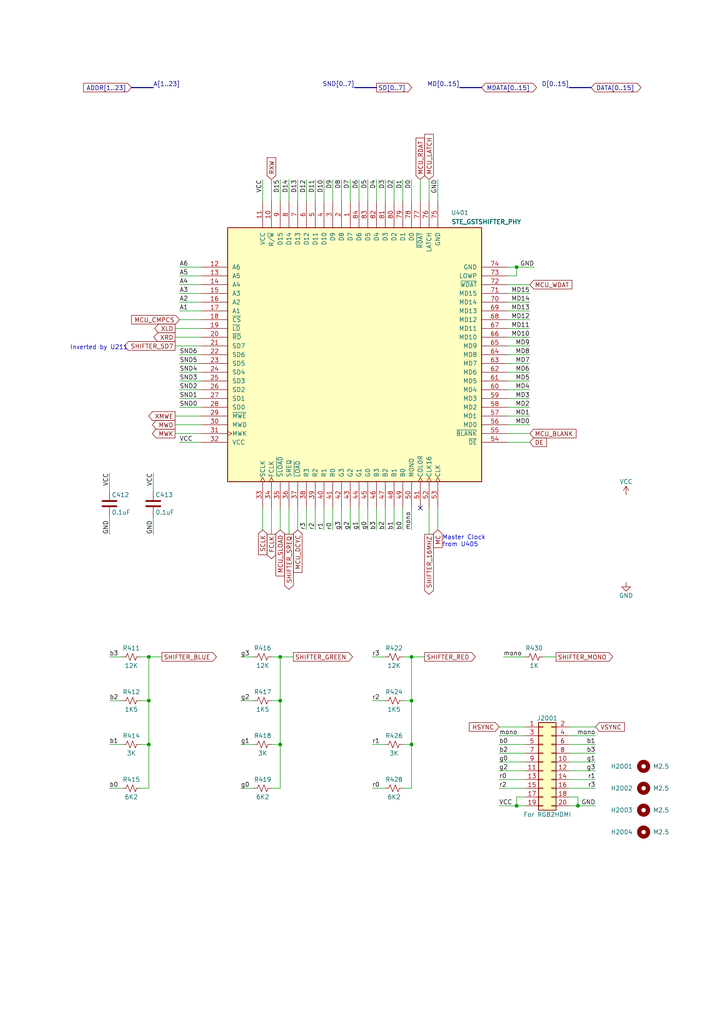
<source format=kicad_sch>
(kicad_sch (version 20230121) (generator eeschema)
  (paper "A4" portrait)
  (title_block (title "ReSTe mignon") (date "2022-07-13") (rev "mk0-0.1") (company "David SPORN") (comment 2 "original repository : https://github.com/sporniket/reste-mignon") (comment 4 "A remake of the Atari STe with some fixes applied and a target size of 25×18cm (B5)"))
  (lib_symbols
    (symbol "Connector_Generic:Conn_02x10_Odd_Even" (pin_names (offset 1.016) hide)
      (property "Reference" "J" (at 1.27 12.7 0))
      (property "Value" "Conn_02x10_Odd_Even" (at 1.27 -15.24 0))
      (symbol "Conn_02x10_Odd_Even_1_1"
        (rectangle (start -1.27 -12.573) (end 0 -12.827) (stroke (width 0.1524)))
        (rectangle (start -1.27 -10.033) (end 0 -10.287) (stroke (width 0.1524)))
        (rectangle (start -1.27 -7.493) (end 0 -7.747) (stroke (width 0.1524)))
        (rectangle (start -1.27 -4.953) (end 0 -5.207) (stroke (width 0.1524)))
        (rectangle (start -1.27 -2.413) (end 0 -2.667) (stroke (width 0.1524)))
        (rectangle (start -1.27 0.127) (end 0 -0.127) (stroke (width 0.1524)))
        (rectangle (start -1.27 2.667) (end 0 2.413) (stroke (width 0.1524)))
        (rectangle (start -1.27 5.207) (end 0 4.953) (stroke (width 0.1524)))
        (rectangle (start -1.27 7.747) (end 0 7.493) (stroke (width 0.1524)))
        (rectangle (start -1.27 10.287) (end 0 10.033) (stroke (width 0.1524)))
        (rectangle (start -1.27 11.43) (end 3.81 -13.97) (stroke (width 0.254)) (fill (type background)))
        (rectangle (start 3.81 -12.573) (end 2.54 -12.827) (stroke (width 0.1524)))
        (rectangle (start 3.81 -10.033) (end 2.54 -10.287) (stroke (width 0.1524)))
        (rectangle (start 3.81 -7.493) (end 2.54 -7.747) (stroke (width 0.1524)))
        (rectangle (start 3.81 -4.953) (end 2.54 -5.207) (stroke (width 0.1524)))
        (rectangle (start 3.81 -2.413) (end 2.54 -2.667) (stroke (width 0.1524)))
        (rectangle (start 3.81 0.127) (end 2.54 -0.127) (stroke (width 0.1524)))
        (rectangle (start 3.81 2.667) (end 2.54 2.413) (stroke (width 0.1524)))
        (rectangle (start 3.81 5.207) (end 2.54 4.953) (stroke (width 0.1524)))
        (rectangle (start 3.81 7.747) (end 2.54 7.493) (stroke (width 0.1524)))
        (rectangle (start 3.81 10.287) (end 2.54 10.033) (stroke (width 0.1524)))
        (pin passive line (at -5.08 10.16 0) (length 3.81) (name "Pin_1") (number "1"))
        (pin passive line (at 7.62 0 180) (length 3.81) (name "Pin_10") (number "10"))
        (pin passive line (at -5.08 -2.54 0) (length 3.81) (name "Pin_11") (number "11"))
        (pin passive line (at 7.62 -2.54 180) (length 3.81) (name "Pin_12") (number "12"))
        (pin passive line (at -5.08 -5.08 0) (length 3.81) (name "Pin_13") (number "13"))
        (pin passive line (at 7.62 -5.08 180) (length 3.81) (name "Pin_14") (number "14"))
        (pin passive line (at -5.08 -7.62 0) (length 3.81) (name "Pin_15") (number "15"))
        (pin passive line (at 7.62 -7.62 180) (length 3.81) (name "Pin_16") (number "16"))
        (pin passive line (at -5.08 -10.16 0) (length 3.81) (name "Pin_17") (number "17"))
        (pin passive line (at 7.62 -10.16 180) (length 3.81) (name "Pin_18") (number "18"))
        (pin passive line (at -5.08 -12.7 0) (length 3.81) (name "Pin_19") (number "19"))
        (pin passive line (at 7.62 10.16 180) (length 3.81) (name "Pin_2") (number "2"))
        (pin passive line (at 7.62 -12.7 180) (length 3.81) (name "Pin_20") (number "20"))
        (pin passive line (at -5.08 7.62 0) (length 3.81) (name "Pin_3") (number "3"))
        (pin passive line (at 7.62 7.62 180) (length 3.81) (name "Pin_4") (number "4"))
        (pin passive line (at -5.08 5.08 0) (length 3.81) (name "Pin_5") (number "5"))
        (pin passive line (at 7.62 5.08 180) (length 3.81) (name "Pin_6") (number "6"))
        (pin passive line (at -5.08 2.54 0) (length 3.81) (name "Pin_7") (number "7"))
        (pin passive line (at 7.62 2.54 180) (length 3.81) (name "Pin_8") (number "8"))
        (pin passive line (at -5.08 0 0) (length 3.81) (name "Pin_9") (number "9"))
      )
    )
    (symbol "Device:C" (pin_numbers hide) (pin_names (offset 0.254))
      (property "Reference" "C" (at 0.635 2.54 0))
      (property "Value" "C" (at 0.635 -2.54 0))
      (symbol "C_0_1"
        (polyline (pts (xy -2.032 -0.762) (xy 2.032 -0.762)) (stroke (width 0.508)))
        (polyline (pts (xy -2.032 0.762) (xy 2.032 0.762)) (stroke (width 0.508)))
      )
      (symbol "C_1_1"
        (pin passive line (at 0 3.81 270) (length 2.794) (name "~") (number "1"))
        (pin passive line (at 0 -3.81 90) (length 2.794) (name "~") (number "2"))
      )
    )
    (symbol "Device:R_Small_US" (pin_numbers hide) (pin_names (offset 0.254) hide)
      (property "Reference" "R" (at 0.762 0.508 0))
      (property "Value" "R_Small_US" (at 0.762 -1.016 0))
      (symbol "R_Small_US_1_1"
        (polyline (pts (xy 0 0) (xy 1.016 -0.381) (xy 0 -0.762) (xy -1.016 -1.143) (xy 0 -1.524)))
        (polyline (pts (xy 0 1.524) (xy 1.016 1.143) (xy 0 0.762) (xy -1.016 0.381) (xy 0 0)))
        (pin passive line (at 0 2.54 270) (length 1.016) (name "~") (number "1"))
        (pin passive line (at 0 -2.54 90) (length 1.016) (name "~") (number "2"))
      )
    )
    (symbol "Mechanical:MountingHole" (pin_names (offset 1.016))
      (property "Reference" "H" (at 0 5.08 0))
      (property "Value" "MountingHole" (at 0 3.175 0))
      (symbol "MountingHole_0_1"
        (circle (center 0 0) (radius 1.27) (stroke (width 1.27)))
      )
    )
    (symbol "power:GND" (power) (pin_names (offset 0))
      (property "Value" "GND" (at 0 -3.81 0))
      (symbol "GND_0_1"
        (polyline (pts (xy 0 0) (xy 0 -1.27) (xy 1.27 -1.27) (xy 0 -2.54) (xy -1.27 -1.27) (xy 0 -1.27)))
      )
      (symbol "GND_1_1"
        (pin power_in line (at 0 0 270) (length 0) hide (name "GND") (number "1"))
      )
    )
    (symbol "power:VCC" (power) (pin_names (offset 0))
      (property "Value" "VCC" (at 0 3.81 0))
      (symbol "VCC_0_1"
        (polyline (pts (xy -0.762 1.27) (xy 0 2.54)))
        (polyline (pts (xy 0 0) (xy 0 2.54)))
        (polyline (pts (xy 0 2.54) (xy 0.762 1.27)))
      )
      (symbol "VCC_1_1"
        (pin power_in line (at 0 0 90) (length 0) hide (name "VCC") (number "1"))
      )
    )
    (symbol "ste_gstshifter:STE_GSTSHIFTER_PHY" (pin_names (offset 1.27))
      (property "Reference" "U" (at 27.94 41.91 0))
      (property "Value" "STE_GSTSHIFTER_PHY" (at 27.94 39.37 0))
      (symbol "STE_GSTSHIFTER_PHY_0_0"
        (rectangle (start -36.83 36.83) (end 36.83 -36.83) (stroke (width 0.254)) (fill (type background)))
        (pin bidirectional line (at -1.27 44.45 270) (length 7.62) (name "D7") (number "1"))
        (pin input line (at -24.13 44.45 270) (length 7.62) (name "R/~{W}") (number "10"))
        (pin power_in line (at -26.67 44.45 270) (length 7.62) (name "VCC") (number "11"))
        (pin input line (at -44.45 25.4 0) (length 7.62) (name "A6") (number "12"))
        (pin input line (at -44.45 22.86 0) (length 7.62) (name "A5") (number "13"))
        (pin input line (at -44.45 20.32 0) (length 7.62) (name "A4") (number "14"))
        (pin input line (at -44.45 17.78 0) (length 7.62) (name "A3") (number "15"))
        (pin input line (at -44.45 15.24 0) (length 7.62) (name "A2") (number "16"))
        (pin input line (at -44.45 12.7 0) (length 7.62) (name "A1") (number "17"))
        (pin bidirectional line (at -44.45 10.16 0) (length 7.62) (name "~{CS}") (number "18"))
        (pin output line (at -44.45 7.62 0) (length 7.62) (name "~{LD}") (number "19"))
        (pin bidirectional line (at -3.81 44.45 270) (length 7.62) (name "D8") (number "2"))
        (pin output line (at -44.45 5.08 0) (length 7.62) (name "~{RD}") (number "20"))
        (pin output line (at -44.45 2.54 0) (length 7.62) (name "SD7") (number "21"))
        (pin output line (at -44.45 0 0) (length 7.62) (name "SD6") (number "22"))
        (pin output line (at -44.45 -2.54 0) (length 7.62) (name "SD5") (number "23"))
        (pin output line (at -44.45 -5.08 0) (length 7.62) (name "SD4") (number "24"))
        (pin output line (at -44.45 -7.62 0) (length 7.62) (name "SD3") (number "25"))
        (pin output line (at -44.45 -10.16 0) (length 7.62) (name "SD2") (number "26"))
        (pin output line (at -44.45 -12.7 0) (length 7.62) (name "SD1") (number "27"))
        (pin output line (at -44.45 -15.24 0) (length 7.62) (name "SD0") (number "28"))
        (pin output line (at -44.45 -17.78 0) (length 7.62) (name "~{MWE}") (number "29"))
        (pin bidirectional line (at -6.35 44.45 270) (length 7.62) (name "D9") (number "3"))
        (pin output line (at -44.45 -20.32 0) (length 7.62) (name "MWD") (number "30"))
        (pin output clock (at -44.45 -22.86 0) (length 7.62) (name "MWK") (number "31"))
        (pin power_in line (at -44.45 -25.4 0) (length 7.62) (name "VCC") (number "32"))
        (pin input clock (at -26.67 -44.45 90) (length 7.62) (name "SCLK") (number "33"))
        (pin output clock (at -24.13 -44.45 90) (length 7.62) (name "FCLK") (number "34"))
        (pin input line (at -21.59 -44.45 90) (length 7.62) (name "~{SLOAD}") (number "35"))
        (pin output line (at -19.05 -44.45 90) (length 7.62) (name "SREQ") (number "36"))
        (pin input line (at -16.51 -44.45 90) (length 7.62) (name "~{LOAD}") (number "37"))
        (pin output line (at -13.97 -44.45 90) (length 7.62) (name "R3") (number "38"))
        (pin output line (at -11.43 -44.45 90) (length 7.62) (name "R2") (number "39"))
        (pin bidirectional line (at -8.89 44.45 270) (length 7.62) (name "D10") (number "4"))
        (pin output line (at -8.89 -44.45 90) (length 7.62) (name "R1") (number "40"))
        (pin output line (at -6.35 -44.45 90) (length 7.62) (name "R0") (number "41"))
        (pin output line (at -3.81 -44.45 90) (length 7.62) (name "G3") (number "42"))
        (pin output line (at -1.27 -44.45 90) (length 7.62) (name "G2") (number "43"))
        (pin output line (at 1.27 -44.45 90) (length 7.62) (name "G1") (number "44"))
        (pin output line (at 3.81 -44.45 90) (length 7.62) (name "G0") (number "45"))
        (pin output line (at 6.35 -44.45 90) (length 7.62) (name "B3") (number "46"))
        (pin output line (at 8.89 -44.45 90) (length 7.62) (name "B2") (number "47"))
        (pin output line (at 11.43 -44.45 90) (length 7.62) (name "B1") (number "48"))
        (pin output line (at 13.97 -44.45 90) (length 7.62) (name "B0") (number "49"))
        (pin bidirectional line (at -11.43 44.45 270) (length 7.62) (name "D11") (number "5"))
        (pin output line (at 16.51 -44.45 90) (length 7.62) (name "MONO") (number "50"))
        (pin output clock (at 19.05 -44.45 90) (length 7.62) (name "COLOR") (number "51"))
        (pin output clock (at 21.59 -44.45 90) (length 7.62) (name "CLK16") (number "52"))
        (pin input clock (at 24.13 -44.45 90) (length 7.62) (name "CLK") (number "53"))
        (pin input line (at 44.45 -25.4 180) (length 7.62) (name "~{DE}") (number "54"))
        (pin input line (at 44.45 -22.86 180) (length 7.62) (name "~{BLANK}") (number "55"))
        (pin input line (at 44.45 -20.32 180) (length 7.62) (name "MD0") (number "56"))
        (pin input line (at 44.45 -17.78 180) (length 7.62) (name "MD1") (number "57"))
        (pin input line (at 44.45 -15.24 180) (length 7.62) (name "MD2") (number "58"))
        (pin input line (at 44.45 -12.7 180) (length 7.62) (name "MD3") (number "59"))
        (pin bidirectional line (at -13.97 44.45 270) (length 7.62) (name "D12") (number "6"))
        (pin input line (at 44.45 -10.16 180) (length 7.62) (name "MD4") (number "60"))
        (pin input line (at 44.45 -7.62 180) (length 7.62) (name "MD5") (number "61"))
        (pin input line (at 44.45 -5.08 180) (length 7.62) (name "MD6") (number "62"))
        (pin input line (at 44.45 -2.54 180) (length 7.62) (name "MD7") (number "63"))
        (pin input line (at 44.45 0 180) (length 7.62) (name "MD8") (number "64"))
        (pin input line (at 44.45 2.54 180) (length 7.62) (name "MD9") (number "65"))
        (pin input line (at 44.45 5.08 180) (length 7.62) (name "MD10") (number "66"))
        (pin input line (at 44.45 7.62 180) (length 7.62) (name "MD11") (number "67"))
        (pin input line (at 44.45 10.16 180) (length 7.62) (name "MD12") (number "68"))
        (pin input line (at 44.45 12.7 180) (length 7.62) (name "MD13") (number "69"))
        (pin bidirectional line (at -16.51 44.45 270) (length 7.62) (name "D13") (number "7"))
        (pin input line (at 44.45 15.24 180) (length 7.62) (name "MD14") (number "70"))
        (pin input line (at 44.45 17.78 180) (length 7.62) (name "MD15") (number "71"))
        (pin input line (at 44.45 20.32 180) (length 7.62) (name "~{WDAT}") (number "72"))
        (pin input line (at 44.45 22.86 180) (length 7.62) (name "LOWP") (number "73"))
        (pin power_in line (at 44.45 25.4 180) (length 7.62) (name "GND") (number "74"))
        (pin power_in line (at 24.13 44.45 270) (length 7.62) (name "GND") (number "75"))
        (pin input line (at 21.59 44.45 270) (length 7.62) (name "LATCH") (number "76"))
        (pin input line (at 19.05 44.45 270) (length 7.62) (name "~{RDAT}") (number "77"))
        (pin bidirectional line (at 16.51 44.45 270) (length 7.62) (name "D0") (number "78"))
        (pin bidirectional line (at 13.97 44.45 270) (length 7.62) (name "D1") (number "79"))
        (pin bidirectional line (at -19.05 44.45 270) (length 7.62) (name "D14") (number "8"))
        (pin bidirectional line (at 11.43 44.45 270) (length 7.62) (name "D2") (number "80"))
        (pin bidirectional line (at 8.89 44.45 270) (length 7.62) (name "D3") (number "81"))
        (pin bidirectional line (at 6.35 44.45 270) (length 7.62) (name "D4") (number "82"))
        (pin bidirectional line (at 3.81 44.45 270) (length 7.62) (name "D5") (number "83"))
        (pin bidirectional line (at 1.27 44.45 270) (length 7.62) (name "D6") (number "84"))
        (pin bidirectional line (at -21.59 44.45 270) (length 7.62) (name "D15") (number "9"))
      )
    )
  )
  (junction (at 43.18 190.5))
  (junction (at 43.18 215.9))
  (junction (at 81.28 215.9))
  (junction (at 167.64 233.68))
  (junction (at 119.38 215.9))
  (junction (at 119.38 203.2))
  (junction (at 81.28 203.2))
  (junction (at 149.86 233.68))
  (junction (at 149.86 77.47))
  (junction (at 119.38 190.5))
  (junction (at 81.28 190.5))
  (junction (at 43.18 203.2))
  (no_connect (at 121.92 147.32))
  (wire (pts (xy 144.78 220.98) (xy 152.4 220.98)))
  (wire (pts (xy 69.85 203.2) (xy 73.66 203.2)))
  (wire (pts (xy 109.22 58.42) (xy 109.22 52.07)))
  (wire (pts (xy 147.32 115.57) (xy 153.67 115.57)))
  (wire (pts (xy 52.07 77.47) (xy 58.42 77.47)))
  (wire (pts (xy 147.32 95.25) (xy 153.67 95.25)))
  (wire (pts (xy 50.8 120.65) (xy 58.42 120.65)))
  (wire (pts (xy 107.95 228.6) (xy 111.76 228.6)))
  (wire (pts (xy 52.07 105.41) (xy 58.42 105.41)))
  (wire (pts (xy 69.85 228.6) (xy 73.66 228.6)))
  (wire (pts (xy 81.28 215.9) (xy 81.28 203.2)))
  (wire (pts (xy 165.1 215.9) (xy 172.72 215.9)))
  (wire (pts (xy 50.8 125.73) (xy 58.42 125.73)))
  (wire (pts (xy 147.32 123.19) (xy 153.67 123.19)))
  (wire (pts (xy 31.75 149.86) (xy 31.75 154.94)))
  (wire (pts (xy 101.6 58.42) (xy 101.6 52.07)))
  (wire (pts (xy 44.45 137.16) (xy 44.45 142.24)))
  (bus (pts (xy 102.87 25.4) (xy 109.22 25.4)))
  (wire (pts (xy 96.52 153.67) (xy 96.52 147.32)))
  (wire (pts (xy 52.07 118.11) (xy 58.42 118.11)))
  (wire (pts (xy 165.1 223.52) (xy 172.72 223.52)))
  (wire (pts (xy 144.78 228.6) (xy 152.4 228.6)))
  (wire (pts (xy 99.06 58.42) (xy 99.06 52.07)))
  (wire (pts (xy 96.52 58.42) (xy 96.52 52.07)))
  (wire (pts (xy 146.05 190.5) (xy 152.4 190.5)))
  (wire (pts (xy 147.32 87.63) (xy 153.67 87.63)))
  (wire (pts (xy 147.32 80.01) (xy 149.86 80.01)))
  (wire (pts (xy 144.78 210.82) (xy 152.4 210.82)))
  (wire (pts (xy 147.32 92.71) (xy 153.67 92.71)))
  (wire (pts (xy 147.32 120.65) (xy 153.67 120.65)))
  (wire (pts (xy 127 58.42) (xy 127 52.07)))
  (wire (pts (xy 50.8 123.19) (xy 58.42 123.19)))
  (wire (pts (xy 104.14 153.67) (xy 104.14 147.32)))
  (wire (pts (xy 52.07 87.63) (xy 58.42 87.63)))
  (wire (pts (xy 119.38 228.6) (xy 119.38 215.9)))
  (wire (pts (xy 165.1 220.98) (xy 172.72 220.98)))
  (wire (pts (xy 111.76 153.67) (xy 111.76 147.32)))
  (wire (pts (xy 157.48 190.5) (xy 161.29 190.5)))
  (wire (pts (xy 147.32 105.41) (xy 153.67 105.41)))
  (wire (pts (xy 165.1 228.6) (xy 172.72 228.6)))
  (wire (pts (xy 81.28 215.9) (xy 78.74 215.9)))
  (wire (pts (xy 147.32 85.09) (xy 153.67 85.09)))
  (wire (pts (xy 69.85 215.9) (xy 73.66 215.9)))
  (wire (pts (xy 78.74 52.07) (xy 78.74 58.42)))
  (wire (pts (xy 99.06 153.67) (xy 99.06 147.32)))
  (wire (pts (xy 44.45 149.86) (xy 44.45 154.94)))
  (wire (pts (xy 78.74 190.5) (xy 81.28 190.5)))
  (wire (pts (xy 114.3 58.42) (xy 114.3 52.07)))
  (wire (pts (xy 52.07 102.87) (xy 58.42 102.87)))
  (wire (pts (xy 119.38 153.67) (xy 119.38 147.32)))
  (wire (pts (xy 52.07 113.03) (xy 58.42 113.03)))
  (wire (pts (xy 147.32 125.73) (xy 153.67 125.73)))
  (wire (pts (xy 147.32 118.11) (xy 153.67 118.11)))
  (wire (pts (xy 116.84 153.67) (xy 116.84 147.32)))
  (wire (pts (xy 78.74 147.32) (xy 78.74 154.94)))
  (wire (pts (xy 52.07 80.01) (xy 58.42 80.01)))
  (wire (pts (xy 165.1 218.44) (xy 172.72 218.44)))
  (wire (pts (xy 165.1 233.68) (xy 167.64 233.68)))
  (wire (pts (xy 52.07 107.95) (xy 58.42 107.95)))
  (wire (pts (xy 165.1 213.36) (xy 172.72 213.36)))
  (wire (pts (xy 31.75 137.16) (xy 31.75 142.24)))
  (wire (pts (xy 81.28 153.67) (xy 81.28 147.32)))
  (wire (pts (xy 144.78 233.68) (xy 149.86 233.68)))
  (wire (pts (xy 31.75 203.2) (xy 35.56 203.2)))
  (wire (pts (xy 86.36 153.67) (xy 86.36 147.32)))
  (wire (pts (xy 107.95 190.5) (xy 111.76 190.5)))
  (wire (pts (xy 111.76 58.42) (xy 111.76 52.07)))
  (wire (pts (xy 43.18 215.9) (xy 40.64 215.9)))
  (wire (pts (xy 106.68 153.67) (xy 106.68 147.32)))
  (wire (pts (xy 52.07 82.55) (xy 58.42 82.55)))
  (wire (pts (xy 144.78 213.36) (xy 152.4 213.36)))
  (wire (pts (xy 76.2 153.67) (xy 76.2 147.32)))
  (wire (pts (xy 52.07 92.71) (xy 58.42 92.71)))
  (wire (pts (xy 43.18 215.9) (xy 43.18 203.2)))
  (wire (pts (xy 50.8 100.33) (xy 58.42 100.33)))
  (wire (pts (xy 31.75 190.5) (xy 35.56 190.5)))
  (wire (pts (xy 114.3 153.67) (xy 114.3 147.32)))
  (wire (pts (xy 121.92 52.07) (xy 121.92 58.42)))
  (wire (pts (xy 104.14 58.42) (xy 104.14 52.07)))
  (wire (pts (xy 144.78 218.44) (xy 152.4 218.44)))
  (wire (pts (xy 165.1 226.06) (xy 172.72 226.06)))
  (wire (pts (xy 81.28 203.2) (xy 78.74 203.2)))
  (wire (pts (xy 167.64 233.68) (xy 172.72 233.68)))
  (wire (pts (xy 83.82 147.32) (xy 83.82 154.94)))
  (wire (pts (xy 43.18 190.5) (xy 46.99 190.5)))
  (wire (pts (xy 76.2 58.42) (xy 76.2 52.07)))
  (wire (pts (xy 106.68 58.42) (xy 106.68 52.07)))
  (bus (pts (xy 38.1 25.4) (xy 44.45 25.4)))
  (wire (pts (xy 52.07 85.09) (xy 58.42 85.09)))
  (wire (pts (xy 147.32 128.27) (xy 153.67 128.27)))
  (wire (pts (xy 147.32 113.03) (xy 153.67 113.03)))
  (wire (pts (xy 147.32 90.17) (xy 153.67 90.17)))
  (wire (pts (xy 93.98 58.42) (xy 93.98 52.07)))
  (wire (pts (xy 81.28 58.42) (xy 81.28 52.07)))
  (wire (pts (xy 50.8 95.25) (xy 58.42 95.25)))
  (wire (pts (xy 52.07 90.17) (xy 58.42 90.17)))
  (wire (pts (xy 147.32 107.95) (xy 153.67 107.95)))
  (wire (pts (xy 153.67 82.55) (xy 147.32 82.55)))
  (wire (pts (xy 88.9 58.42) (xy 88.9 52.07)))
  (wire (pts (xy 83.82 58.42) (xy 83.82 52.07)))
  (wire (pts (xy 91.44 153.67) (xy 91.44 147.32)))
  (wire (pts (xy 43.18 228.6) (xy 43.18 215.9)))
  (wire (pts (xy 69.85 190.5) (xy 73.66 190.5)))
  (wire (pts (xy 43.18 203.2) (xy 40.64 203.2)))
  (wire (pts (xy 86.36 58.42) (xy 86.36 52.07)))
  (wire (pts (xy 119.38 190.5) (xy 119.38 203.2)))
  (wire (pts (xy 101.6 153.67) (xy 101.6 147.32)))
  (wire (pts (xy 165.1 231.14) (xy 167.64 231.14)))
  (wire (pts (xy 91.44 58.42) (xy 91.44 52.07)))
  (wire (pts (xy 147.32 102.87) (xy 153.67 102.87)))
  (wire (pts (xy 167.64 231.14) (xy 167.64 233.68)))
  (wire (pts (xy 147.32 77.47) (xy 149.86 77.47)))
  (wire (pts (xy 144.78 226.06) (xy 152.4 226.06)))
  (wire (pts (xy 109.22 153.67) (xy 109.22 147.32)))
  (wire (pts (xy 31.75 228.6) (xy 35.56 228.6)))
  (wire (pts (xy 147.32 97.79) (xy 153.67 97.79)))
  (wire (pts (xy 81.28 190.5) (xy 85.09 190.5)))
  (wire (pts (xy 149.86 80.01) (xy 149.86 77.47)))
  (wire (pts (xy 147.32 100.33) (xy 153.67 100.33)))
  (wire (pts (xy 88.9 153.67) (xy 88.9 147.32)))
  (wire (pts (xy 116.84 58.42) (xy 116.84 52.07)))
  (wire (pts (xy 165.1 210.82) (xy 172.72 210.82)))
  (wire (pts (xy 43.18 190.5) (xy 43.18 203.2)))
  (wire (pts (xy 149.86 77.47) (xy 154.94 77.47)))
  (wire (pts (xy 149.86 231.14) (xy 149.86 233.68)))
  (bus (pts (xy 133.35 25.4) (xy 139.7 25.4)))
  (wire (pts (xy 107.95 215.9) (xy 111.76 215.9)))
  (wire (pts (xy 149.86 233.68) (xy 152.4 233.68)))
  (wire (pts (xy 144.78 215.9) (xy 152.4 215.9)))
  (wire (pts (xy 31.75 215.9) (xy 35.56 215.9)))
  (wire (pts (xy 81.28 190.5) (xy 81.28 203.2)))
  (wire (pts (xy 52.07 110.49) (xy 58.42 110.49)))
  (wire (pts (xy 40.64 228.6) (xy 43.18 228.6)))
  (wire (pts (xy 119.38 190.5) (xy 123.19 190.5)))
  (wire (pts (xy 116.84 190.5) (xy 119.38 190.5)))
  (wire (pts (xy 81.28 228.6) (xy 81.28 215.9)))
  (wire (pts (xy 147.32 110.49) (xy 153.67 110.49)))
  (wire (pts (xy 119.38 203.2) (xy 116.84 203.2)))
  (wire (pts (xy 40.64 190.5) (xy 43.18 190.5)))
  (wire (pts (xy 144.78 223.52) (xy 152.4 223.52)))
  (wire (pts (xy 52.07 128.27) (xy 58.42 128.27)))
  (wire (pts (xy 52.07 115.57) (xy 58.42 115.57)))
  (wire (pts (xy 152.4 231.14) (xy 149.86 231.14)))
  (wire (pts (xy 107.95 203.2) (xy 111.76 203.2)))
  (wire (pts (xy 78.74 228.6) (xy 81.28 228.6)))
  (wire (pts (xy 119.38 58.42) (xy 119.38 52.07)))
  (bus (pts (xy 165.1 25.4) (xy 171.45 25.4)))
  (wire (pts (xy 124.46 58.42) (xy 124.46 52.07)))
  (wire (pts (xy 119.38 215.9) (xy 116.84 215.9)))
  (wire (pts (xy 127 153.67) (xy 127 147.32)))
  (wire (pts (xy 50.8 97.79) (xy 58.42 97.79)))
  (wire (pts (xy 93.98 153.67) (xy 93.98 147.32)))
  (wire (pts (xy 119.38 215.9) (xy 119.38 203.2)))
  (wire (pts (xy 124.46 147.32) (xy 124.46 154.94)))
  (wire (pts (xy 116.84 228.6) (xy 119.38 228.6)))
  (text "Inverted by U211" (at 20.32 101.6 0) (effects (font (size 1.27 1.27)) (justify left bottom)))
  (text "Master Clock\nfrom U405" (at 128.27 158.75 0) (effects (font (size 1.27 1.27)) (justify left bottom)))
  (label "MD13" (at 153.67 90.17 180))
  (label "g2" (at 69.85 203.2 0))
  (label "D11" (at 91.44 52.07 270))
  (label "SND1" (at 52.07 115.57 0))
  (label "D[0..15]" (at 165.1 25.4 180))
  (label "D10" (at 93.98 52.07 270))
  (label "MD3" (at 153.67 115.57 180))
  (label "b2" (at 31.75 203.2 0))
  (label "g1" (at 104.14 153.67 90))
  (label "SND2" (at 52.07 113.03 0))
  (label "VCC" (at 52.07 128.27 0))
  (label "D1" (at 116.84 52.07 270))
  (label "A2" (at 52.07 87.63 0))
  (label "D9" (at 96.52 52.07 270))
  (label "MD11" (at 153.67 95.25 180))
  (label "D5" (at 106.68 52.07 270))
  (label "MD[0..15]" (at 133.35 25.4 180))
  (label "D6" (at 104.14 52.07 270))
  (label "D12" (at 88.9 52.07 270))
  (label "SND3" (at 52.07 110.49 0))
  (label "b0" (at 144.78 215.9 0))
  (label "A[1..23]" (at 44.45 25.4 0))
  (label "MD7" (at 153.67 105.41 180))
  (label "g1" (at 69.85 215.9 0))
  (label "D13" (at 86.36 52.07 270))
  (label "MD1" (at 153.67 120.65 180))
  (label "g0" (at 144.78 220.98 0))
  (label "GND" (at 172.72 233.68 180))
  (label "MD4" (at 153.67 113.03 180))
  (label "GND" (at 154.94 77.47 180))
  (label "A1" (at 52.07 90.17 0))
  (label "g0" (at 69.85 228.6 0))
  (label "MD10" (at 153.67 97.79 180))
  (label "D8" (at 99.06 52.07 270))
  (label "A5" (at 52.07 80.01 0))
  (label "b3" (at 31.75 190.5 0))
  (label "g1" (at 172.72 220.98 180))
  (label "VCC" (at 76.2 52.07 270))
  (label "b0" (at 116.84 153.67 90))
  (label "D3" (at 111.76 52.07 270))
  (label "A6" (at 52.07 77.47 0))
  (label "VCC" (at 144.78 233.68 0))
  (label "g3" (at 99.06 153.67 90))
  (label "g0" (at 106.68 153.67 90))
  (label "b0" (at 31.75 228.6 0))
  (label "b2" (at 111.76 153.67 90))
  (label "g2" (at 101.6 153.67 90))
  (label "r3" (at 88.9 153.67 90))
  (label "GND" (at 44.45 154.94 90))
  (label "MD6" (at 153.67 107.95 180))
  (label "D7" (at 101.6 52.07 270))
  (label "SND[0..7]" (at 102.87 25.4 180))
  (label "D0" (at 119.38 52.07 270))
  (label "r0" (at 144.78 226.06 0))
  (label "SND4" (at 52.07 107.95 0))
  (label "mono" (at 146.05 190.5 0))
  (label "r3" (at 172.72 228.6 180))
  (label "SND0" (at 52.07 118.11 0))
  (label "r0" (at 96.52 153.67 90))
  (label "b1" (at 114.3 153.67 90))
  (label "r2" (at 91.44 153.67 90))
  (label "D4" (at 109.22 52.07 270))
  (label "SND6" (at 52.07 102.87 0))
  (label "MD0" (at 153.67 123.19 180))
  (label "A3" (at 52.07 85.09 0))
  (label "GND" (at 127 52.07 270))
  (label "b2" (at 144.78 218.44 0))
  (label "g2" (at 144.78 223.52 0))
  (label "MD12" (at 153.67 92.71 180))
  (label "MD14" (at 153.67 87.63 180))
  (label "mono" (at 144.78 213.36 0))
  (label "VCC" (at 44.45 137.16 270))
  (label "r2" (at 144.78 228.6 0))
  (label "MD2" (at 153.67 118.11 180))
  (label "GND" (at 31.75 154.94 90))
  (label "b1" (at 172.72 215.9 180))
  (label "r1" (at 172.72 226.06 180))
  (label "D15" (at 81.28 52.07 270))
  (label "r1" (at 107.95 215.9 0))
  (label "D2" (at 114.3 52.07 270))
  (label "MD5" (at 153.67 110.49 180))
  (label "SND5" (at 52.07 105.41 0))
  (label "b3" (at 172.72 218.44 180))
  (label "r2" (at 107.95 203.2 0))
  (label "g3" (at 172.72 223.52 180))
  (label "D14" (at 83.82 52.07 270))
  (label "g3" (at 69.85 190.5 0))
  (label "MD9" (at 153.67 100.33 180))
  (label "MD15" (at 153.67 85.09 180))
  (label "r3" (at 107.95 190.5 0))
  (label "mono" (at 172.72 213.36 180))
  (label "MD8" (at 153.67 102.87 180))
  (label "r0" (at 107.95 228.6 0))
  (label "VCC" (at 31.75 137.16 270))
  (label "b1" (at 31.75 215.9 0))
  (label "mono" (at 119.38 153.67 90))
  (label "A4" (at 52.07 82.55 0))
  (label "r1" (at 93.98 153.67 90))
  (label "b3" (at 109.22 153.67 90))
  (global_label "SHIFTER_16MHZ" (shape output) (at 124.46 154.94 270) (property "Intersheetrefs" "${INTERSHEET_REFS}" (effects hide)))
  (global_label "SHIFTER_RED" (shape output) (at 123.19 190.5 0) (property "Intersheetrefs" "${INTERSHEET_REFS}" (effects hide)))
  (global_label "SHIFTER_MONO" (shape output) (at 161.29 190.5 0) (property "Intersheetrefs" "${INTERSHEET_REFS}" (effects hide)))
  (global_label "DATA[0..15]" (shape bidirectional) (at 171.45 25.4 0) (property "Intersheetrefs" "${INTERSHEET_REFS}" (effects hide)))
  (global_label "RXW" (shape input) (at 78.74 52.07 90) (property "Intersheetrefs" "${INTERSHEET_REFS}" (effects hide)))
  (global_label "FCLK" (shape output) (at 78.74 154.94 270) (property "Intersheetrefs" "${INTERSHEET_REFS}" (effects hide)))
  (global_label "MCU_DCYC" (shape input) (at 86.36 153.67 270) (property "Intersheetrefs" "${INTERSHEET_REFS}" (effects hide)))
  (global_label "MCU_CMPCS" (shape input) (at 52.07 92.71 180) (property "Intersheetrefs" "${INTERSHEET_REFS}" (effects hide)))
  (global_label "XMWE" (shape output) (at 50.8 120.65 180) (property "Intersheetrefs" "${INTERSHEET_REFS}" (effects hide)))
  (global_label "MCU_BLANK" (shape input) (at 153.67 125.73 0) (property "Intersheetrefs" "${INTERSHEET_REFS}" (effects hide)))
  (global_label "MCU_SLOAD" (shape input) (at 81.28 153.67 270) (property "Intersheetrefs" "${INTERSHEET_REFS}" (effects hide)))
  (global_label "DE" (shape input) (at 153.67 128.27 0) (property "Intersheetrefs" "${INTERSHEET_REFS}" (effects hide)))
  (global_label "SHIFTER_GREEN" (shape output) (at 85.09 190.5 0) (property "Intersheetrefs" "${INTERSHEET_REFS}" (effects hide)))
  (global_label "MWK" (shape output) (at 50.8 125.73 180) (property "Intersheetrefs" "${INTERSHEET_REFS}" (effects hide)))
  (global_label "XRD" (shape output) (at 50.8 97.79 180) (property "Intersheetrefs" "${INTERSHEET_REFS}" (effects hide)))
  (global_label "MC" (shape input) (at 127 153.67 270) (property "Intersheetrefs" "${INTERSHEET_REFS}" (effects hide)))
  (global_label "MCU_RDAT" (shape input) (at 121.92 52.07 90) (property "Intersheetrefs" "${INTERSHEET_REFS}" (effects hide)))
  (global_label "MCU_WDAT" (shape input) (at 153.67 82.55 0) (property "Intersheetrefs" "${INTERSHEET_REFS}" (effects hide)))
  (global_label "MCU_LATCH" (shape input) (at 124.46 52.07 90) (property "Intersheetrefs" "${INTERSHEET_REFS}" (effects hide)))
  (global_label "SD[0..7]" (shape output) (at 109.22 25.4 0) (property "Intersheetrefs" "${INTERSHEET_REFS}" (effects hide)))
  (global_label "MDATA[0..15]" (shape bidirectional) (at 139.7 25.4 0) (property "Intersheetrefs" "${INTERSHEET_REFS}" (effects hide)))
  (global_label "SHIFTER_SD7" (shape output) (at 50.8 100.33 180) (property "Intersheetrefs" "${INTERSHEET_REFS}" (effects hide)))
  (global_label "VSYNC" (shape input) (at 172.72 210.82 0) (property "Intersheetrefs" "${INTERSHEET_REFS}" (effects hide)))
  (global_label "SHIFTER_SREQ" (shape output) (at 83.82 154.94 270) (property "Intersheetrefs" "${INTERSHEET_REFS}" (effects hide)))
  (global_label "HSYNC" (shape input) (at 144.78 210.82 180) (property "Intersheetrefs" "${INTERSHEET_REFS}" (effects hide)))
  (global_label "SCLK" (shape input) (at 76.2 153.67 270) (property "Intersheetrefs" "${INTERSHEET_REFS}" (effects hide)))
  (global_label "ADDR[1..23]" (shape input) (at 38.1 25.4 180) (property "Intersheetrefs" "${INTERSHEET_REFS}" (effects hide)))
  (global_label "SHIFTER_BLUE" (shape output) (at 46.99 190.5 0) (property "Intersheetrefs" "${INTERSHEET_REFS}" (effects hide)))
  (global_label "MWD" (shape output) (at 50.8 123.19 180) (property "Intersheetrefs" "${INTERSHEET_REFS}" (effects hide)))
  (global_label "XLD" (shape output) (at 50.8 95.25 180) (property "Intersheetrefs" "${INTERSHEET_REFS}" (effects hide)))
  (symbol (lib_id "ste_gstshifter:STE_GSTSHIFTER_PHY") (at 102.87 102.87 0) (unit 1)
    (property "Reference" "U401" (at 130.81 60.96 0) (effects (justify left top)))
    (property "Value" "STE_GSTSHIFTER_PHY" (at 130.81 63.5 0) (effects (font bold) (justify left top)))
    (property "Footprint" "Package_LCC:PLCC-84_THT-Socket" (effects hide))
    (property "Datasheet" "https://info-coach.fr/atari/hardware/STE-HW.php#shifter" (effects hide))
  )
  (symbol (lib_id "Device:C") (at 31.75 146.05 0) (unit 1)
    (property "Reference" "C412" (at 32.385 143.51 0) (effects (justify left)))
    (property "Value" "0.1uF" (at 32.385 148.59 0) (effects (justify left)))
    (property "Footprint" "Capacitor_SMD:C_1206_3216Metric_Pad1.33x1.80mm_HandSolder" (effects hide))
  )
  (symbol (lib_id "Device:C") (at 44.45 146.05 0) (unit 1)
    (property "Reference" "C413" (at 45.085 143.51 0) (effects (justify left)))
    (property "Value" "0.1uF" (at 45.085 148.59 0) (effects (justify left)))
    (property "Footprint" "Capacitor_SMD:C_1206_3216Metric_Pad1.33x1.80mm_HandSolder" (effects hide))
  )
  (symbol (lib_id "Device:R_Small_US") (at 38.1 190.5 270) (unit 1)
    (property "Reference" "R411" (at 38.1 187.96 90))
    (property "Value" "12K" (at 38.1 193.04 90))
    (property "Footprint" "Resistor_SMD:R_1206_3216Metric_Pad1.30x1.75mm_HandSolder" (effects hide))
  )
  (symbol (lib_id "Device:R_Small_US") (at 38.1 203.2 270) (unit 1)
    (property "Reference" "R412" (at 38.1 200.66 90))
    (property "Value" "1K5" (at 38.1 205.74 90))
    (property "Footprint" "Resistor_SMD:R_1206_3216Metric_Pad1.30x1.75mm_HandSolder" (effects hide))
  )
  (symbol (lib_id "Device:R_Small_US") (at 38.1 215.9 270) (unit 1)
    (property "Reference" "R414" (at 38.1 213.36 90))
    (property "Value" "3K" (at 38.1 218.44 90))
    (property "Footprint" "Resistor_SMD:R_1206_3216Metric_Pad1.30x1.75mm_HandSolder" (effects hide))
  )
  (symbol (lib_id "Device:R_Small_US") (at 38.1 228.6 270) (unit 1)
    (property "Reference" "R415" (at 38.1 226.06 90))
    (property "Value" "6K2" (at 38.1 231.14 90))
    (property "Footprint" "Resistor_SMD:R_1206_3216Metric_Pad1.30x1.75mm_HandSolder" (effects hide))
  )
  (symbol (lib_id "Device:R_Small_US") (at 76.2 190.5 270) (unit 1)
    (property "Reference" "R416" (at 76.2 187.96 90))
    (property "Value" "12K" (at 76.2 193.04 90))
    (property "Footprint" "Resistor_SMD:R_1206_3216Metric_Pad1.30x1.75mm_HandSolder" (effects hide))
  )
  (symbol (lib_id "Device:R_Small_US") (at 76.2 203.2 270) (unit 1)
    (property "Reference" "R417" (at 76.2 200.66 90))
    (property "Value" "1K5" (at 76.2 205.74 90))
    (property "Footprint" "Resistor_SMD:R_1206_3216Metric_Pad1.30x1.75mm_HandSolder" (effects hide))
  )
  (symbol (lib_id "Device:R_Small_US") (at 76.2 215.9 270) (unit 1)
    (property "Reference" "R418" (at 76.2 213.36 90))
    (property "Value" "3K" (at 76.2 218.44 90))
    (property "Footprint" "Resistor_SMD:R_1206_3216Metric_Pad1.30x1.75mm_HandSolder" (effects hide))
  )
  (symbol (lib_id "Device:R_Small_US") (at 76.2 228.6 270) (unit 1)
    (property "Reference" "R419" (at 76.2 226.06 90))
    (property "Value" "6K2" (at 76.2 231.14 90))
    (property "Footprint" "Resistor_SMD:R_1206_3216Metric_Pad1.30x1.75mm_HandSolder" (effects hide))
  )
  (symbol (lib_id "Device:R_Small_US") (at 114.3 190.5 270) (unit 1)
    (property "Reference" "R422" (at 114.3 187.96 90))
    (property "Value" "12K" (at 114.3 193.04 90))
    (property "Footprint" "Resistor_SMD:R_1206_3216Metric_Pad1.30x1.75mm_HandSolder" (effects hide))
  )
  (symbol (lib_id "Device:R_Small_US") (at 114.3 203.2 270) (unit 1)
    (property "Reference" "R424" (at 114.3 200.66 90))
    (property "Value" "1K5" (at 114.3 205.74 90))
    (property "Footprint" "Resistor_SMD:R_1206_3216Metric_Pad1.30x1.75mm_HandSolder" (effects hide))
  )
  (symbol (lib_id "Device:R_Small_US") (at 114.3 215.9 270) (unit 1)
    (property "Reference" "R426" (at 114.3 213.36 90))
    (property "Value" "3K" (at 114.3 218.44 90))
    (property "Footprint" "Resistor_SMD:R_1206_3216Metric_Pad1.30x1.75mm_HandSolder" (effects hide))
  )
  (symbol (lib_id "Device:R_Small_US") (at 114.3 228.6 270) (unit 1)
    (property "Reference" "R428" (at 114.3 226.06 90))
    (property "Value" "6K2" (at 114.3 231.14 90))
    (property "Footprint" "Resistor_SMD:R_1206_3216Metric_Pad1.30x1.75mm_HandSolder" (effects hide))
  )
  (symbol (lib_id "Device:R_Small_US") (at 154.94 190.5 270) (unit 1)
    (property "Reference" "R430" (at 154.94 187.96 90))
    (property "Value" "1K" (at 154.94 193.04 90))
    (property "Footprint" "Resistor_SMD:R_1206_3216Metric_Pad1.30x1.75mm_HandSolder" (effects hide))
  )
  (symbol (lib_id "Connector_Generic:Conn_02x10_Odd_Even") (at 157.48 220.98 0) (unit 1)
    (property "Reference" "J2001" (at 158.75 208.28 0))
    (property "Value" "For RGB2HDMI" (at 158.75 236.22 0))
    (property "Footprint" "Connector_PinHeader_2.54mm:PinHeader_2x10_P2.54mm_Vertical" (effects hide))
  )
  (symbol (lib_id "Mechanical:MountingHole") (at 186.69 241.3 270) (unit 1)
    (property "Reference" "H2004" (at 180.34 241.3 90))
    (property "Value" "M2.5" (at 191.77 241.3 90))
    (property "Footprint" "mounting-holes:MountingHole_2.7mm_M2.5_clear_10mm" (effects hide))
  )
  (symbol (lib_id "Mechanical:MountingHole") (at 186.69 234.95 270) (unit 1)
    (property "Reference" "H2003" (at 180.34 234.95 90))
    (property "Value" "M2.5" (at 191.77 234.95 90))
    (property "Footprint" "mounting-holes:MountingHole_2.7mm_M2.5_clear_10mm" (effects hide))
  )
  (symbol (lib_id "Mechanical:MountingHole") (at 186.69 228.6 270) (unit 1)
    (property "Reference" "H2002" (at 180.34 228.6 90))
    (property "Value" "M2.5" (at 191.77 228.6 90))
    (property "Footprint" "mounting-holes:MountingHole_2.7mm_M2.5_clear_10mm" (effects hide))
  )
  (symbol (lib_id "Mechanical:MountingHole") (at 186.69 222.25 270) (unit 1)
    (property "Reference" "H2001" (at 180.34 222.25 90))
    (property "Value" "M2.5" (at 191.77 222.25 90))
    (property "Footprint" "mounting-holes:MountingHole_2.7mm_M2.5_clear_10mm" (effects hide))
  )
  (symbol (lib_id "power:VCC") (at 181.61 143.51 0) (unit 1)
    (property "Reference" "#PWR0122" (effects hide))
    (property "Value" "VCC" (at 181.61 139.7 0))
  )
  (symbol (lib_id "power:GND") (at 181.61 168.91 0) (unit 1)
    (property "Reference" "#PWR0123" (effects hide))
    (property "Value" "GND" (at 181.61 172.72 0))
  )
)
</source>
